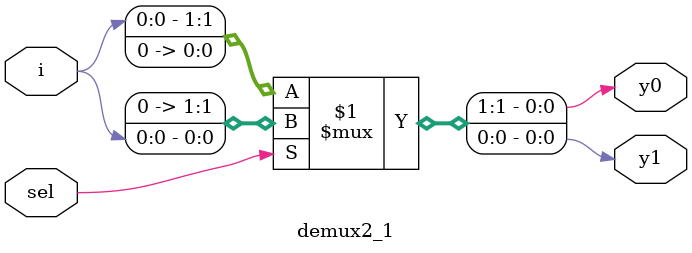
<source format=v>
module demux2_1(input i,sel,output y0,y1);
  assign {y0,y1}=sel?{1'b0,i}:{i,1'b0};
endmodule
</source>
